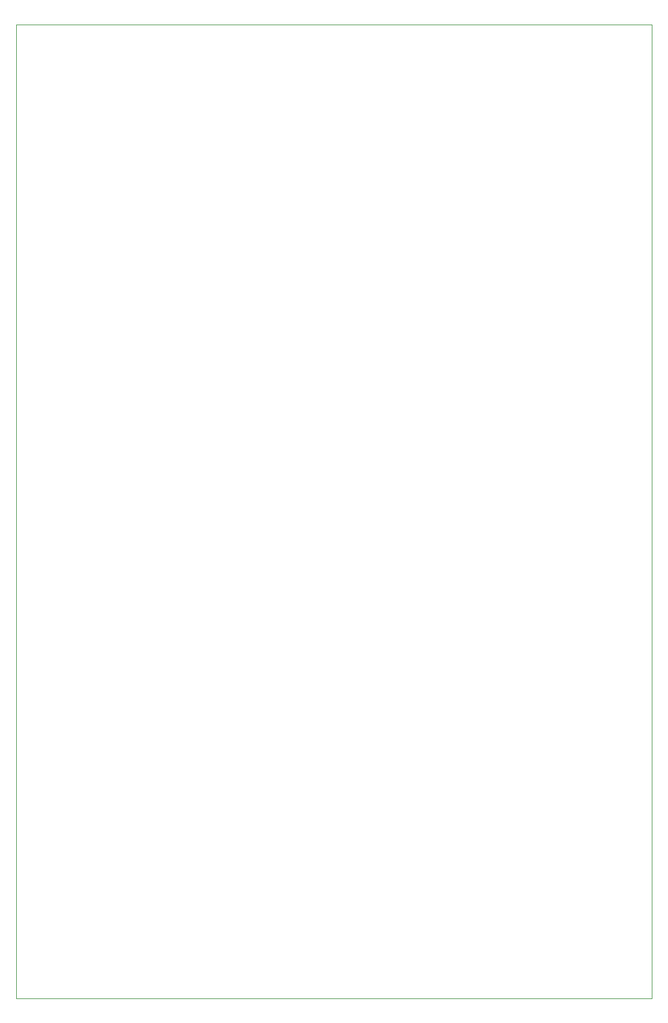
<source format=gbr>
%TF.GenerationSoftware,KiCad,Pcbnew,8.0.6*%
%TF.CreationDate,2025-01-24T11:54:14-08:00*%
%TF.ProjectId,Capacitor_test_board,43617061-6369-4746-9f72-5f746573745f,rev?*%
%TF.SameCoordinates,Original*%
%TF.FileFunction,Profile,NP*%
%FSLAX46Y46*%
G04 Gerber Fmt 4.6, Leading zero omitted, Abs format (unit mm)*
G04 Created by KiCad (PCBNEW 8.0.6) date 2025-01-24 11:54:14*
%MOMM*%
%LPD*%
G01*
G04 APERTURE LIST*
%TA.AperFunction,Profile*%
%ADD10C,0.050000*%
%TD*%
G04 APERTURE END LIST*
D10*
X43800000Y-20400000D02*
X133500000Y-20400000D01*
X133500000Y-157900000D01*
X43800000Y-157900000D01*
X43800000Y-20400000D01*
M02*

</source>
